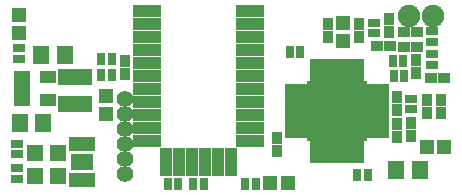
<source format=gts>
G04 #@! TF.FileFunction,Soldermask,Top*
%FSLAX46Y46*%
G04 Gerber Fmt 4.6, Leading zero omitted, Abs format (unit mm)*
G04 Created by KiCad (PCBNEW 4.0.1-stable) date 27/01/2016 21:23:12*
%MOMM*%
G01*
G04 APERTURE LIST*
%ADD10C,0.100000*%
%ADD11R,0.800000X1.000000*%
%ADD12R,0.720000X1.300000*%
%ADD13R,1.960000X1.460000*%
%ADD14R,1.400000X1.650000*%
%ADD15R,0.900000X1.000000*%
%ADD16R,1.000000X0.900000*%
%ADD17R,1.200000X1.150000*%
%ADD18R,1.150000X1.200000*%
%ADD19R,1.197560X1.197560*%
%ADD20R,1.000000X0.800000*%
%ADD21R,2.940000X1.421080*%
%ADD22C,1.900000*%
%ADD23R,0.680000X1.200000*%
%ADD24C,1.400000*%
%ADD25R,0.700000X1.900000*%
%ADD26R,1.900000X0.700000*%
%ADD27R,5.200000X5.200000*%
%ADD28R,2.400000X1.100000*%
%ADD29R,1.100000X2.400000*%
%ADD30R,1.400000X1.400000*%
%ADD31R,1.460000X1.050000*%
G04 APERTURE END LIST*
D10*
D11*
X72150000Y-63200000D03*
X71250000Y-63200000D03*
D12*
X56650000Y-62800000D03*
X57150000Y-62800000D03*
X57650000Y-62800000D03*
X58150000Y-62800000D03*
X58150000Y-59800000D03*
X57650000Y-59800000D03*
X57150000Y-59800000D03*
X56650000Y-59800000D03*
D13*
X57400000Y-61300000D03*
D14*
X84000000Y-62000000D03*
X86000000Y-62000000D03*
D15*
X87800000Y-57150000D03*
X87800000Y-56050000D03*
X73900000Y-59250000D03*
X73900000Y-60350000D03*
X78200000Y-50700000D03*
X78200000Y-49600000D03*
X85280000Y-58020000D03*
X85280000Y-59120000D03*
X80900000Y-50700000D03*
X80900000Y-49600000D03*
D16*
X83475000Y-51500000D03*
X82375000Y-51500000D03*
D15*
X84050000Y-55800000D03*
X84050000Y-56900000D03*
X83425000Y-50325000D03*
X83425000Y-49225000D03*
X86600000Y-56050000D03*
X86600000Y-57150000D03*
X85725000Y-53800000D03*
X85725000Y-52700000D03*
D16*
X86925000Y-54150000D03*
X88025000Y-54150000D03*
X85750000Y-51525000D03*
X84650000Y-51525000D03*
X85750000Y-50325000D03*
X84650000Y-50325000D03*
D17*
X86590000Y-60060000D03*
X88090000Y-60060000D03*
D15*
X61075000Y-52725000D03*
X61075000Y-53825000D03*
X84040000Y-58050000D03*
X84040000Y-59150000D03*
D18*
X59430000Y-55720000D03*
X59430000Y-57220000D03*
X79550000Y-51050000D03*
X79550000Y-49550000D03*
D14*
X53950000Y-52225000D03*
X55950000Y-52225000D03*
X54150000Y-58000000D03*
X52150000Y-58000000D03*
D19*
X73350700Y-63100000D03*
X74849300Y-63100000D03*
X52100000Y-50349300D03*
X52100000Y-48850700D03*
D20*
X82150000Y-49500000D03*
X82150000Y-50400000D03*
X85300000Y-56850000D03*
X85300000Y-55950000D03*
D11*
X83700000Y-52775000D03*
X84600000Y-52775000D03*
D20*
X87025000Y-53050000D03*
X87025000Y-52150000D03*
X87025000Y-51125000D03*
X87025000Y-50225000D03*
D11*
X59050000Y-52600000D03*
X59950000Y-52600000D03*
X59050000Y-53900000D03*
X59950000Y-53900000D03*
D21*
X56825000Y-56370540D03*
X56825000Y-54079460D03*
D22*
X87100000Y-48925000D03*
X85100000Y-48925000D03*
D23*
X87100000Y-49925000D03*
D24*
X61025000Y-62350000D03*
X61025000Y-61080000D03*
X61025000Y-59810000D03*
X61025000Y-58540000D03*
X61025000Y-57270000D03*
X61025000Y-56000000D03*
D11*
X81625000Y-62375000D03*
X80725000Y-62375000D03*
X74980000Y-51960000D03*
X75880000Y-51960000D03*
X84700000Y-54050000D03*
X83800000Y-54050000D03*
X65550000Y-63200000D03*
X64650000Y-63200000D03*
X66850000Y-63200000D03*
X67750000Y-63200000D03*
D20*
X51900000Y-60650000D03*
X51900000Y-59750000D03*
X51900000Y-61850000D03*
X51900000Y-62750000D03*
X52100000Y-51640000D03*
X52100000Y-52540000D03*
D25*
X80950000Y-53550000D03*
X80300000Y-53550000D03*
X79650000Y-53550000D03*
X79000000Y-53550000D03*
X78350000Y-53550000D03*
X77700000Y-53550000D03*
X77050000Y-53550000D03*
D26*
X75550000Y-55050000D03*
X75550000Y-55700000D03*
X75550000Y-56350000D03*
X75550000Y-57000000D03*
X75550000Y-57650000D03*
X75550000Y-58300000D03*
X75550000Y-58950000D03*
D25*
X77050000Y-60450000D03*
X77700000Y-60450000D03*
X78350000Y-60450000D03*
X79000000Y-60450000D03*
X79650000Y-60450000D03*
X80300000Y-60450000D03*
X80950000Y-60450000D03*
D26*
X82450000Y-58950000D03*
X82450000Y-58300000D03*
X82450000Y-57650000D03*
X82450000Y-57000000D03*
X82450000Y-56350000D03*
X82450000Y-55700000D03*
X82450000Y-55050000D03*
D27*
X79000000Y-57000000D03*
D28*
X62955000Y-48525000D03*
X62955000Y-49625000D03*
X62955000Y-50725000D03*
X62955000Y-51825000D03*
X62955000Y-52925000D03*
X62955000Y-54025000D03*
X62955000Y-55125000D03*
X62955000Y-56225000D03*
X62955000Y-57325000D03*
X62955000Y-58425000D03*
X62955000Y-59525000D03*
X71595000Y-59525000D03*
X71595000Y-58425000D03*
X71595000Y-57325000D03*
X71595000Y-56225000D03*
X71595000Y-55125000D03*
X71595000Y-54025000D03*
X71595000Y-52925000D03*
X71595000Y-51825000D03*
X71595000Y-50725000D03*
X71595000Y-49625000D03*
X71595000Y-48525000D03*
D29*
X64525000Y-61325000D03*
X65625000Y-61325000D03*
X66725000Y-61325000D03*
X67825000Y-61325000D03*
X68925000Y-61325000D03*
X70025000Y-61325000D03*
D30*
X55400000Y-60500000D03*
X53400000Y-60500000D03*
X53400000Y-62500000D03*
X55400000Y-62500000D03*
D31*
X52325000Y-54125000D03*
X52325000Y-55075000D03*
X52325000Y-56025000D03*
X54525000Y-56025000D03*
X54525000Y-54125000D03*
M02*

</source>
